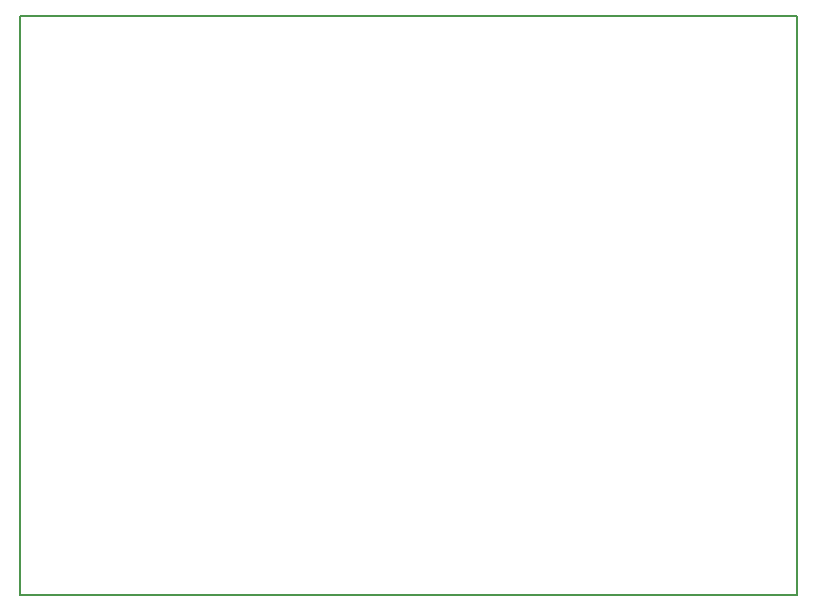
<source format=gbr>
G04 #@! TF.FileFunction,Profile,NP*
%FSLAX46Y46*%
G04 Gerber Fmt 4.6, Leading zero omitted, Abs format (unit mm)*
G04 Created by KiCad (PCBNEW 4.0.0-2.201512072331+6194~38~ubuntu14.04.1-stable) date Sun 05 Jun 2016 08:25:22 PM CEST*
%MOMM*%
G01*
G04 APERTURE LIST*
%ADD10C,0.100000*%
%ADD11C,0.150000*%
G04 APERTURE END LIST*
D10*
D11*
X130175000Y-116459000D02*
X130175000Y-67437000D01*
X195961000Y-116459000D02*
X130175000Y-116459000D01*
X195961000Y-67437000D02*
X195961000Y-116459000D01*
X130175000Y-67437000D02*
X195961000Y-67437000D01*
M02*

</source>
